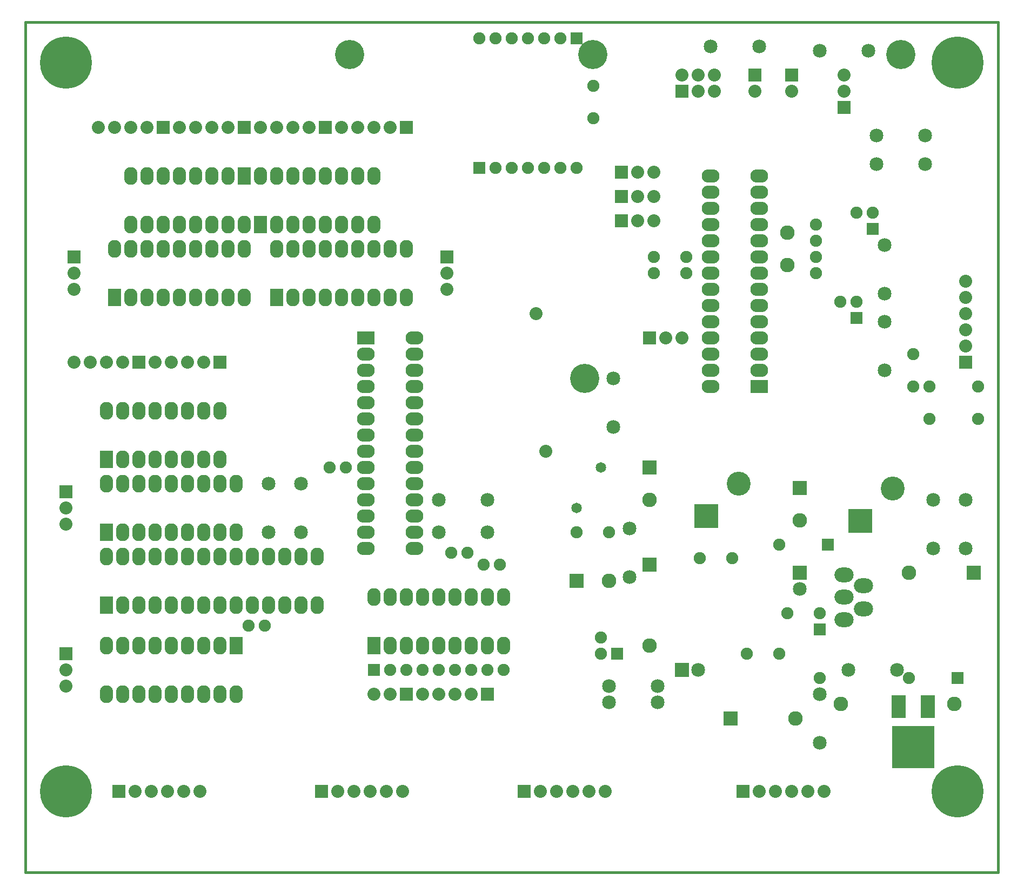
<source format=gbs>
G04 (created by PCBNEW-RS274X (2011-05-25)-stable) date Fri 10 Aug 2012 02:01:07 AM MDT*
G01*
G70*
G90*
%MOIN*%
G04 Gerber Fmt 3.4, Leading zero omitted, Abs format*
%FSLAX34Y34*%
G04 APERTURE LIST*
%ADD10C,0.006000*%
%ADD11C,0.015000*%
%ADD12C,0.180000*%
%ADD13C,0.075000*%
%ADD14C,0.080000*%
%ADD15R,0.080000X0.080000*%
%ADD16O,0.110000X0.082000*%
%ADD17R,0.110000X0.082000*%
%ADD18O,0.082000X0.110000*%
%ADD19R,0.082000X0.110000*%
%ADD20C,0.090000*%
%ADD21R,0.090000X0.090000*%
%ADD22R,0.075000X0.075000*%
%ADD23R,0.085000X0.085000*%
%ADD24C,0.085000*%
%ADD25O,0.118400X0.090900*%
%ADD26C,0.320000*%
%ADD27R,0.085000X0.140000*%
%ADD28R,0.260000X0.260000*%
%ADD29R,0.147600X0.147600*%
%ADD30C,0.147600*%
%ADD31C,0.065000*%
G04 APERTURE END LIST*
G54D10*
G54D11*
X28250Y-64750D02*
X28250Y-62500D01*
X88250Y-64750D02*
X88250Y-62500D01*
X88250Y-61250D02*
X88250Y-62500D01*
X28250Y-62500D02*
X28250Y-60750D01*
X28250Y-12250D02*
X28250Y-62250D01*
X88250Y-12250D02*
X28250Y-12250D01*
X88250Y-62250D02*
X88250Y-12250D01*
X28250Y-64750D02*
X88250Y-64750D01*
G54D12*
X62750Y-34250D03*
X82250Y-14250D03*
X48250Y-14250D03*
X63250Y-14250D03*
G54D13*
X63270Y-18190D03*
X63270Y-16190D03*
G54D14*
X60350Y-38750D03*
G54D15*
X65000Y-23000D03*
G54D14*
X66000Y-23000D03*
X67000Y-23000D03*
G54D15*
X65000Y-24500D03*
G54D14*
X66000Y-24500D03*
X67000Y-24500D03*
G54D15*
X65000Y-21500D03*
G54D14*
X66000Y-21500D03*
X67000Y-21500D03*
G54D15*
X34000Y-59750D03*
G54D14*
X35000Y-59750D03*
X36000Y-59750D03*
X37000Y-59750D03*
X38000Y-59750D03*
X39000Y-59750D03*
G54D15*
X46500Y-59750D03*
G54D14*
X47500Y-59750D03*
X48500Y-59750D03*
X49500Y-59750D03*
X50500Y-59750D03*
X51500Y-59750D03*
G54D16*
X49250Y-32750D03*
X49250Y-33750D03*
X49250Y-34750D03*
X49250Y-35750D03*
X49250Y-36750D03*
X49250Y-37750D03*
X49250Y-38750D03*
X49250Y-39750D03*
X49250Y-40750D03*
X49250Y-41750D03*
X49250Y-42750D03*
X49250Y-43750D03*
X49250Y-44750D03*
G54D17*
X49250Y-31750D03*
G54D16*
X52250Y-44750D03*
X52250Y-43750D03*
X52250Y-42750D03*
X52250Y-41750D03*
X52250Y-40750D03*
X52250Y-39750D03*
X52250Y-38750D03*
X52250Y-37750D03*
X52250Y-36750D03*
X52250Y-35750D03*
X52250Y-34750D03*
X52250Y-33750D03*
X52250Y-32750D03*
X52250Y-31750D03*
G54D18*
X34250Y-48250D03*
X35250Y-48250D03*
X36250Y-48250D03*
X37250Y-48250D03*
X38250Y-48250D03*
X39250Y-48250D03*
X40250Y-48250D03*
X41250Y-48250D03*
X42250Y-48250D03*
X43250Y-48250D03*
X44250Y-48250D03*
X45250Y-48250D03*
X46250Y-48250D03*
G54D19*
X33250Y-48250D03*
G54D18*
X46250Y-45250D03*
X45250Y-45250D03*
X44250Y-45250D03*
X43250Y-45250D03*
X42250Y-45250D03*
X41250Y-45250D03*
X40250Y-45250D03*
X39250Y-45250D03*
X38250Y-45250D03*
X37250Y-45250D03*
X36250Y-45250D03*
X35250Y-45250D03*
X34250Y-45250D03*
X33250Y-45250D03*
G54D19*
X49750Y-50750D03*
G54D18*
X50750Y-50750D03*
X51750Y-50750D03*
X52750Y-50750D03*
X53750Y-50750D03*
X54750Y-50750D03*
X55750Y-50750D03*
X56750Y-50750D03*
X57750Y-50750D03*
X57750Y-47750D03*
X56750Y-47750D03*
X55750Y-47750D03*
X54750Y-47750D03*
X53750Y-47750D03*
X52750Y-47750D03*
X51750Y-47750D03*
X50750Y-47750D03*
X49750Y-47750D03*
G54D20*
X82750Y-46250D03*
G54D21*
X86750Y-46250D03*
G54D22*
X85750Y-52750D03*
G54D13*
X82750Y-52750D03*
X69000Y-26750D03*
X67000Y-26750D03*
X74750Y-51250D03*
X72750Y-51250D03*
X77000Y-26750D03*
X77000Y-27750D03*
X69850Y-45350D03*
X71850Y-45350D03*
X77000Y-25750D03*
X77000Y-24750D03*
G54D15*
X59000Y-59750D03*
G54D14*
X60000Y-59750D03*
X61000Y-59750D03*
X62000Y-59750D03*
X63000Y-59750D03*
X64000Y-59750D03*
G54D21*
X66750Y-39750D03*
G54D20*
X66750Y-41750D03*
G54D13*
X83000Y-34750D03*
X83000Y-32750D03*
G54D20*
X66750Y-50750D03*
G54D21*
X66750Y-45750D03*
G54D20*
X75750Y-55250D03*
G54D21*
X71750Y-55250D03*
G54D22*
X77250Y-49750D03*
G54D13*
X77250Y-52750D03*
G54D22*
X77750Y-44500D03*
G54D13*
X74750Y-44500D03*
G54D15*
X72500Y-59750D03*
G54D14*
X73500Y-59750D03*
X74500Y-59750D03*
X75500Y-59750D03*
X76500Y-59750D03*
X77500Y-59750D03*
G54D16*
X73500Y-33750D03*
X73500Y-32750D03*
X73500Y-31750D03*
X73500Y-30750D03*
X73500Y-29750D03*
X73500Y-28750D03*
X73500Y-27750D03*
X73500Y-26750D03*
X73500Y-25750D03*
X73500Y-24750D03*
X73500Y-23750D03*
X73500Y-22750D03*
X73500Y-21750D03*
G54D17*
X73500Y-34750D03*
G54D16*
X70500Y-21750D03*
X70500Y-22750D03*
X70500Y-23750D03*
X70500Y-24750D03*
X70500Y-25750D03*
X70500Y-26750D03*
X70500Y-27750D03*
X70500Y-28750D03*
X70500Y-29750D03*
X70500Y-30750D03*
X70500Y-31750D03*
X70500Y-32750D03*
X70500Y-33750D03*
X70500Y-34750D03*
G54D15*
X68750Y-16500D03*
G54D14*
X68750Y-15500D03*
X69750Y-16500D03*
X69750Y-15500D03*
X70750Y-16500D03*
X70750Y-15500D03*
G54D13*
X87000Y-34750D03*
X87000Y-36750D03*
X84000Y-34750D03*
X84000Y-36750D03*
G54D23*
X68750Y-52250D03*
G54D24*
X69750Y-52250D03*
G54D21*
X62250Y-46750D03*
G54D20*
X64250Y-46750D03*
G54D13*
X64250Y-43750D03*
X62250Y-43750D03*
G54D21*
X76000Y-41000D03*
G54D20*
X76000Y-43000D03*
G54D23*
X76000Y-46250D03*
G54D24*
X76000Y-47250D03*
G54D13*
X75250Y-48750D03*
X77250Y-48750D03*
X67000Y-27750D03*
X69000Y-27750D03*
G54D24*
X67250Y-54250D03*
X64250Y-54250D03*
X64250Y-53250D03*
X67250Y-53250D03*
X86250Y-41750D03*
X86250Y-44750D03*
X84250Y-44750D03*
X84250Y-41750D03*
X45250Y-43750D03*
X45250Y-40750D03*
X70500Y-13750D03*
X73500Y-13750D03*
G54D22*
X64750Y-51250D03*
G54D13*
X63750Y-51250D03*
X63750Y-50250D03*
G54D20*
X75250Y-25250D03*
X75250Y-27250D03*
G54D19*
X43750Y-29250D03*
G54D18*
X44750Y-29250D03*
X45750Y-29250D03*
X46750Y-29250D03*
X47750Y-29250D03*
X48750Y-29250D03*
X49750Y-29250D03*
X50750Y-29250D03*
X51750Y-29250D03*
X51750Y-26250D03*
X50750Y-26250D03*
X49750Y-26250D03*
X48750Y-26250D03*
X47750Y-26250D03*
X46750Y-26250D03*
X45750Y-26250D03*
X44750Y-26250D03*
X43750Y-26250D03*
G54D19*
X33750Y-29250D03*
G54D18*
X34750Y-29250D03*
X35750Y-29250D03*
X36750Y-29250D03*
X37750Y-29250D03*
X38750Y-29250D03*
X39750Y-29250D03*
X40750Y-29250D03*
X41750Y-29250D03*
X41750Y-26250D03*
X40750Y-26250D03*
X39750Y-26250D03*
X38750Y-26250D03*
X37750Y-26250D03*
X36750Y-26250D03*
X35750Y-26250D03*
X34750Y-26250D03*
X33750Y-26250D03*
G54D19*
X33250Y-43750D03*
G54D18*
X34250Y-43750D03*
X35250Y-43750D03*
X36250Y-43750D03*
X37250Y-43750D03*
X38250Y-43750D03*
X39250Y-43750D03*
X40250Y-43750D03*
X41250Y-43750D03*
X41250Y-40750D03*
X40250Y-40750D03*
X39250Y-40750D03*
X38250Y-40750D03*
X37250Y-40750D03*
X36250Y-40750D03*
X35250Y-40750D03*
X34250Y-40750D03*
X33250Y-40750D03*
G54D19*
X41250Y-50750D03*
G54D18*
X40250Y-50750D03*
X39250Y-50750D03*
X38250Y-50750D03*
X37250Y-50750D03*
X36250Y-50750D03*
X35250Y-50750D03*
X34250Y-50750D03*
X33250Y-50750D03*
X33250Y-53750D03*
X34250Y-53750D03*
X35250Y-53750D03*
X36250Y-53750D03*
X37250Y-53750D03*
X38250Y-53750D03*
X39250Y-53750D03*
X40250Y-53750D03*
X41250Y-53750D03*
G54D24*
X83750Y-21000D03*
X80750Y-21000D03*
X83750Y-19250D03*
X80750Y-19250D03*
X53750Y-43750D03*
X56750Y-43750D03*
G54D19*
X41750Y-21750D03*
G54D18*
X40750Y-21750D03*
X39750Y-21750D03*
X38750Y-21750D03*
X37750Y-21750D03*
X36750Y-21750D03*
X35750Y-21750D03*
X34750Y-21750D03*
X34750Y-24750D03*
X35750Y-24750D03*
X36750Y-24750D03*
X37750Y-24750D03*
X38750Y-24750D03*
X39750Y-24750D03*
X40750Y-24750D03*
X41750Y-24750D03*
G54D19*
X42750Y-24750D03*
G54D18*
X43750Y-24750D03*
X44750Y-24750D03*
X45750Y-24750D03*
X46750Y-24750D03*
X47750Y-24750D03*
X48750Y-24750D03*
X49750Y-24750D03*
X49750Y-21750D03*
X48750Y-21750D03*
X47750Y-21750D03*
X46750Y-21750D03*
X45750Y-21750D03*
X44750Y-21750D03*
X43750Y-21750D03*
X42750Y-21750D03*
G54D15*
X86250Y-33250D03*
G54D14*
X86250Y-32250D03*
X86250Y-31250D03*
X86250Y-30250D03*
X86250Y-29250D03*
X86250Y-28250D03*
G54D25*
X78754Y-47750D03*
X78754Y-46372D03*
X78754Y-49128D03*
X79935Y-48459D03*
X79935Y-47041D03*
G54D26*
X30750Y-14750D03*
X85750Y-14750D03*
X30750Y-59750D03*
X85750Y-59750D03*
G54D22*
X49750Y-52250D03*
G54D13*
X50750Y-52250D03*
X51750Y-52250D03*
X52750Y-52250D03*
X53750Y-52250D03*
X54750Y-52250D03*
X55750Y-52250D03*
X56750Y-52250D03*
X57750Y-52250D03*
G54D24*
X81250Y-29000D03*
X81250Y-26000D03*
X81250Y-30750D03*
X81250Y-33750D03*
X53750Y-41750D03*
X56750Y-41750D03*
X43250Y-43750D03*
X43250Y-40750D03*
G54D15*
X51750Y-53750D03*
G54D14*
X50750Y-53750D03*
X49750Y-53750D03*
G54D15*
X54250Y-26750D03*
G54D14*
X54250Y-27750D03*
X54250Y-28750D03*
G54D15*
X31250Y-26750D03*
G54D14*
X31250Y-27750D03*
X31250Y-28750D03*
G54D15*
X30750Y-41250D03*
G54D14*
X30750Y-42250D03*
X30750Y-43250D03*
G54D15*
X30750Y-51250D03*
G54D14*
X30750Y-52250D03*
X30750Y-53250D03*
G54D19*
X33250Y-39250D03*
G54D18*
X34250Y-39250D03*
X35250Y-39250D03*
X36250Y-39250D03*
X37250Y-39250D03*
X38250Y-39250D03*
X39250Y-39250D03*
X40250Y-39250D03*
X40250Y-36250D03*
X39250Y-36250D03*
X38250Y-36250D03*
X37250Y-36250D03*
X36250Y-36250D03*
X35250Y-36250D03*
X34250Y-36250D03*
X33250Y-36250D03*
G54D15*
X41750Y-18750D03*
G54D14*
X40750Y-18750D03*
X39750Y-18750D03*
X38750Y-18750D03*
X37750Y-18750D03*
G54D15*
X51750Y-18750D03*
G54D14*
X50750Y-18750D03*
X49750Y-18750D03*
X48750Y-18750D03*
X47750Y-18750D03*
G54D15*
X56750Y-53750D03*
G54D14*
X55750Y-53750D03*
X54750Y-53750D03*
X53750Y-53750D03*
X52750Y-53750D03*
G54D15*
X40250Y-33250D03*
G54D14*
X39250Y-33250D03*
X38250Y-33250D03*
X37250Y-33250D03*
X36250Y-33250D03*
G54D22*
X79500Y-30500D03*
G54D13*
X79500Y-29500D03*
X78500Y-29500D03*
G54D22*
X80500Y-25000D03*
G54D13*
X80500Y-24000D03*
X79500Y-24000D03*
G54D15*
X75500Y-15500D03*
G54D14*
X75500Y-16500D03*
G54D15*
X73250Y-15500D03*
G54D14*
X73250Y-16500D03*
G54D15*
X36750Y-18750D03*
G54D14*
X35750Y-18750D03*
X34750Y-18750D03*
X33750Y-18750D03*
X32750Y-18750D03*
G54D15*
X46750Y-18750D03*
G54D14*
X45750Y-18750D03*
X44750Y-18750D03*
X43750Y-18750D03*
X42750Y-18750D03*
G54D15*
X35250Y-33250D03*
G54D14*
X34250Y-33250D03*
X33250Y-33250D03*
X32250Y-33250D03*
X31250Y-33250D03*
G54D24*
X77250Y-14000D03*
X80250Y-14000D03*
G54D15*
X66750Y-31750D03*
G54D14*
X67750Y-31750D03*
X68750Y-31750D03*
G54D15*
X78750Y-17500D03*
G54D14*
X78750Y-16500D03*
X78750Y-15500D03*
G54D27*
X82100Y-54500D03*
G54D28*
X83000Y-57000D03*
G54D27*
X83900Y-54500D03*
G54D20*
X78550Y-54350D03*
X85550Y-54350D03*
G54D29*
X70250Y-42750D03*
G54D30*
X72250Y-40750D03*
G54D29*
X79750Y-43050D03*
G54D30*
X81750Y-41050D03*
G54D13*
X42000Y-49500D03*
X43000Y-49500D03*
X48000Y-39750D03*
X47000Y-39750D03*
X54500Y-45000D03*
X55500Y-45000D03*
X56500Y-45750D03*
X57500Y-45750D03*
G54D24*
X79000Y-52250D03*
X82000Y-52250D03*
G54D31*
X63750Y-39750D03*
X62250Y-42250D03*
G54D24*
X65500Y-46500D03*
X65500Y-43500D03*
X64500Y-34250D03*
X64500Y-37250D03*
X77250Y-53750D03*
X77250Y-56750D03*
G54D14*
X59750Y-30250D03*
G54D22*
X62250Y-13250D03*
G54D13*
X61250Y-13250D03*
X60250Y-13250D03*
X59250Y-13250D03*
X58250Y-13250D03*
X57250Y-13250D03*
X56250Y-13250D03*
G54D22*
X56250Y-21250D03*
G54D13*
X57250Y-21250D03*
X58250Y-21250D03*
X59250Y-21250D03*
X60250Y-21250D03*
X61250Y-21250D03*
X62250Y-21250D03*
M02*

</source>
